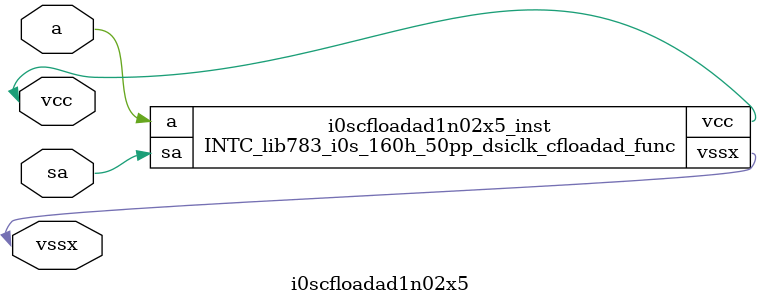
<source format=v>


`ifdef INTCNOPWR
`else
      `define POWER_AWARE_MODE
`endif

`ifdef functional
      `define FUNCTIONAL
`endif



`timescale 1ps/1ps


`ifdef FUNCTIONAL
  `define glsdelay 1
  `ifdef no_unit_delay
          `define cell_delay_value
          `define seq_delay_value
          `define clkcell_delay_value
          `define clkseq_delay_value
  `elsif seq_unit_delay
          `define cell_delay_value
          `define seq_delay_value #1
          `define clkcell_delay_value
          `define clkseq_delay_value #1
  `elsif parameterized_delay
          `define cell_delay_value #(glsdelay)
          `define seq_delay_value #(glsdelay)
          `define clkcell_delay_value #(glsdelay)
          `define clkseq_delay_value #(glsdelay)
  `else   
          `define cell_delay_value #1
          `define seq_delay_value #1
          `define clkcell_delay_value #1
          `define clkseq_delay_value #1
  `endif
  `ifdef clk_no_delay
          `define clkcell_delay_value
          `define clkseq_delay_value
  `endif
`endif

  
`ifdef FUNCTIONAL
  `endif






`celldefine 


module INTC_lib783_i0s_160h_50pp_dsiclk_cdloadad_func( a `ifdef POWER_AWARE_MODE , vcc, vssx `endif );
   input a;
`ifdef POWER_AWARE_MODE
   inout  vcc;
   inout  vssx;
`endif

`ifdef POWER_AWARE_MODE
`else
`endif

endmodule
`endcelldefine 






`celldefine 


module INTC_lib783_i0s_160h_50pp_dsiclk_cfloadad_func( a, sa `ifdef POWER_AWARE_MODE , vcc, vssx `endif );
   input a, sa;
`ifdef POWER_AWARE_MODE
   inout  vcc;
   inout  vssx;
`endif

`ifdef POWER_AWARE_MODE
`else
`endif

endmodule
`endcelldefine 




`celldefine 


module i0scdloadad1d04x5( a `ifdef POWER_AWARE_MODE , vcc, vssx `endif );

// 
// dload with enable control
// 
// 
// 

   input a;
`ifdef POWER_AWARE_MODE
   (* pg_type = "primary_power" *) inout vcc;
   (* pg_type = "primary_ground" *) inout vssx;
`endif

`ifdef FUNCTIONAL  //  functional //
   `ifdef POWER_AWARE_MODE
      INTC_lib783_i0s_160h_50pp_dsiclk_cdloadad_func i0scdloadad1d04x5_behav_inst(.a(a),.vcc(vcc),.vssx(vssx));
   `else
      INTC_lib783_i0s_160h_50pp_dsiclk_cdloadad_func i0scdloadad1d04x5_behav_inst(.a(a));
      
   `endif
   
`else
   
   `ifdef POWER_AWARE_MODE
      INTC_lib783_i0s_160h_50pp_dsiclk_cdloadad_func i0scdloadad1d04x5_inst(.a(a),.vcc(vcc),.vssx(vssx));
   `else
      INTC_lib783_i0s_160h_50pp_dsiclk_cdloadad_func i0scdloadad1d04x5_inst(.a(a));
   `endif
   
   // spec_gates_begin
   // spec_gates_end
   specify


   // specify_block_begin
      
   // specify_block_end 
   endspecify

`endif 


endmodule
`endcelldefine 




`celldefine 


module i0scdloadad1d06x5( a `ifdef POWER_AWARE_MODE , vcc, vssx `endif );

// 
// dload with enable control
// 
// 
// 

   input a;
`ifdef POWER_AWARE_MODE
   (* pg_type = "primary_power" *) inout vcc;
   (* pg_type = "primary_ground" *) inout vssx;
`endif

`ifdef FUNCTIONAL  //  functional //
   `ifdef POWER_AWARE_MODE
      INTC_lib783_i0s_160h_50pp_dsiclk_cdloadad_func i0scdloadad1d06x5_behav_inst(.a(a),.vcc(vcc),.vssx(vssx));
   `else
      INTC_lib783_i0s_160h_50pp_dsiclk_cdloadad_func i0scdloadad1d06x5_behav_inst(.a(a));
      
   `endif
   
`else
   
   `ifdef POWER_AWARE_MODE
      INTC_lib783_i0s_160h_50pp_dsiclk_cdloadad_func i0scdloadad1d06x5_inst(.a(a),.vcc(vcc),.vssx(vssx));
   `else
      INTC_lib783_i0s_160h_50pp_dsiclk_cdloadad_func i0scdloadad1d06x5_inst(.a(a));
   `endif
   
   // spec_gates_begin
   // spec_gates_end
   specify


   // specify_block_begin
      
   // specify_block_end 
   endspecify

`endif 


endmodule
`endcelldefine 




`celldefine 


module i0scdloadad1d09x5( a `ifdef POWER_AWARE_MODE , vcc, vssx `endif );

// 
// dload with enable control
// 
// 
// 

   input a;
`ifdef POWER_AWARE_MODE
   (* pg_type = "primary_power" *) inout vcc;
   (* pg_type = "primary_ground" *) inout vssx;
`endif

`ifdef FUNCTIONAL  //  functional //
   `ifdef POWER_AWARE_MODE
      INTC_lib783_i0s_160h_50pp_dsiclk_cdloadad_func i0scdloadad1d09x5_behav_inst(.a(a),.vcc(vcc),.vssx(vssx));
   `else
      INTC_lib783_i0s_160h_50pp_dsiclk_cdloadad_func i0scdloadad1d09x5_behav_inst(.a(a));
      
   `endif
   
`else
   
   `ifdef POWER_AWARE_MODE
      INTC_lib783_i0s_160h_50pp_dsiclk_cdloadad_func i0scdloadad1d09x5_inst(.a(a),.vcc(vcc),.vssx(vssx));
   `else
      INTC_lib783_i0s_160h_50pp_dsiclk_cdloadad_func i0scdloadad1d09x5_inst(.a(a));
   `endif
   
   // spec_gates_begin
   // spec_gates_end
   specify


   // specify_block_begin
      
   // specify_block_end 
   endspecify

`endif 


endmodule
`endcelldefine 




`celldefine 


module i0scdloadad1d12x5( a `ifdef POWER_AWARE_MODE , vcc, vssx `endif );

// 
// dload with enable control
// 
// 
// 

   input a;
`ifdef POWER_AWARE_MODE
   (* pg_type = "primary_power" *) inout vcc;
   (* pg_type = "primary_ground" *) inout vssx;
`endif

`ifdef FUNCTIONAL  //  functional //
   `ifdef POWER_AWARE_MODE
      INTC_lib783_i0s_160h_50pp_dsiclk_cdloadad_func i0scdloadad1d12x5_behav_inst(.a(a),.vcc(vcc),.vssx(vssx));
   `else
      INTC_lib783_i0s_160h_50pp_dsiclk_cdloadad_func i0scdloadad1d12x5_behav_inst(.a(a));
      
   `endif
   
`else
   
   `ifdef POWER_AWARE_MODE
      INTC_lib783_i0s_160h_50pp_dsiclk_cdloadad_func i0scdloadad1d12x5_inst(.a(a),.vcc(vcc),.vssx(vssx));
   `else
      INTC_lib783_i0s_160h_50pp_dsiclk_cdloadad_func i0scdloadad1d12x5_inst(.a(a));
   `endif
   
   // spec_gates_begin
   // spec_gates_end
   specify


   // specify_block_begin
      
   // specify_block_end 
   endspecify

`endif 


endmodule
`endcelldefine 




`celldefine 


module i0scdloadad1d15x5( a `ifdef POWER_AWARE_MODE , vcc, vssx `endif );

// 
// dload with enable control
// 
// 
// 

   input a;
`ifdef POWER_AWARE_MODE
   (* pg_type = "primary_power" *) inout vcc;
   (* pg_type = "primary_ground" *) inout vssx;
`endif

`ifdef FUNCTIONAL  //  functional //
   `ifdef POWER_AWARE_MODE
      INTC_lib783_i0s_160h_50pp_dsiclk_cdloadad_func i0scdloadad1d15x5_behav_inst(.a(a),.vcc(vcc),.vssx(vssx));
   `else
      INTC_lib783_i0s_160h_50pp_dsiclk_cdloadad_func i0scdloadad1d15x5_behav_inst(.a(a));
      
   `endif
   
`else
   
   `ifdef POWER_AWARE_MODE
      INTC_lib783_i0s_160h_50pp_dsiclk_cdloadad_func i0scdloadad1d15x5_inst(.a(a),.vcc(vcc),.vssx(vssx));
   `else
      INTC_lib783_i0s_160h_50pp_dsiclk_cdloadad_func i0scdloadad1d15x5_inst(.a(a));
   `endif
   
   // spec_gates_begin
   // spec_gates_end
   specify


   // specify_block_begin
      
   // specify_block_end 
   endspecify

`endif 


endmodule
`endcelldefine 




`celldefine 


module i0scdloadad1d18x5( a `ifdef POWER_AWARE_MODE , vcc, vssx `endif );

// 
// dload with enable control
// 
// 
// 

   input a;
`ifdef POWER_AWARE_MODE
   (* pg_type = "primary_power" *) inout vcc;
   (* pg_type = "primary_ground" *) inout vssx;
`endif

`ifdef FUNCTIONAL  //  functional //
   `ifdef POWER_AWARE_MODE
      INTC_lib783_i0s_160h_50pp_dsiclk_cdloadad_func i0scdloadad1d18x5_behav_inst(.a(a),.vcc(vcc),.vssx(vssx));
   `else
      INTC_lib783_i0s_160h_50pp_dsiclk_cdloadad_func i0scdloadad1d18x5_behav_inst(.a(a));
      
   `endif
   
`else
   
   `ifdef POWER_AWARE_MODE
      INTC_lib783_i0s_160h_50pp_dsiclk_cdloadad_func i0scdloadad1d18x5_inst(.a(a),.vcc(vcc),.vssx(vssx));
   `else
      INTC_lib783_i0s_160h_50pp_dsiclk_cdloadad_func i0scdloadad1d18x5_inst(.a(a));
   `endif
   
   // spec_gates_begin
   // spec_gates_end
   specify


   // specify_block_begin
      
   // specify_block_end 
   endspecify

`endif 


endmodule
`endcelldefine 




`celldefine 


module i0scdloadad1d21x5( a `ifdef POWER_AWARE_MODE , vcc, vssx `endif );

// 
// dload with enable control
// 
// 
// 

   input a;
`ifdef POWER_AWARE_MODE
   (* pg_type = "primary_power" *) inout vcc;
   (* pg_type = "primary_ground" *) inout vssx;
`endif

`ifdef FUNCTIONAL  //  functional //
   `ifdef POWER_AWARE_MODE
      INTC_lib783_i0s_160h_50pp_dsiclk_cdloadad_func i0scdloadad1d21x5_behav_inst(.a(a),.vcc(vcc),.vssx(vssx));
   `else
      INTC_lib783_i0s_160h_50pp_dsiclk_cdloadad_func i0scdloadad1d21x5_behav_inst(.a(a));
      
   `endif
   
`else
   
   `ifdef POWER_AWARE_MODE
      INTC_lib783_i0s_160h_50pp_dsiclk_cdloadad_func i0scdloadad1d21x5_inst(.a(a),.vcc(vcc),.vssx(vssx));
   `else
      INTC_lib783_i0s_160h_50pp_dsiclk_cdloadad_func i0scdloadad1d21x5_inst(.a(a));
   `endif
   
   // spec_gates_begin
   // spec_gates_end
   specify


   // specify_block_begin
      
   // specify_block_end 
   endspecify

`endif 


endmodule
`endcelldefine 




`celldefine 


module i0scdloadad1d24x5( a `ifdef POWER_AWARE_MODE , vcc, vssx `endif );

// 
// dload with enable control
// 
// 
// 

   input a;
`ifdef POWER_AWARE_MODE
   (* pg_type = "primary_power" *) inout vcc;
   (* pg_type = "primary_ground" *) inout vssx;
`endif

`ifdef FUNCTIONAL  //  functional //
   `ifdef POWER_AWARE_MODE
      INTC_lib783_i0s_160h_50pp_dsiclk_cdloadad_func i0scdloadad1d24x5_behav_inst(.a(a),.vcc(vcc),.vssx(vssx));
   `else
      INTC_lib783_i0s_160h_50pp_dsiclk_cdloadad_func i0scdloadad1d24x5_behav_inst(.a(a));
      
   `endif
   
`else
   
   `ifdef POWER_AWARE_MODE
      INTC_lib783_i0s_160h_50pp_dsiclk_cdloadad_func i0scdloadad1d24x5_inst(.a(a),.vcc(vcc),.vssx(vssx));
   `else
      INTC_lib783_i0s_160h_50pp_dsiclk_cdloadad_func i0scdloadad1d24x5_inst(.a(a));
   `endif
   
   // spec_gates_begin
   // spec_gates_end
   specify


   // specify_block_begin
      
   // specify_block_end 
   endspecify

`endif 


endmodule
`endcelldefine 




`celldefine 


module i0scdloadad1d30x5( a `ifdef POWER_AWARE_MODE , vcc, vssx `endif );

// 
// dload with enable control
// 
// 
// 

   input a;
`ifdef POWER_AWARE_MODE
   (* pg_type = "primary_power" *) inout vcc;
   (* pg_type = "primary_ground" *) inout vssx;
`endif

`ifdef FUNCTIONAL  //  functional //
   `ifdef POWER_AWARE_MODE
      INTC_lib783_i0s_160h_50pp_dsiclk_cdloadad_func i0scdloadad1d30x5_behav_inst(.a(a),.vcc(vcc),.vssx(vssx));
   `else
      INTC_lib783_i0s_160h_50pp_dsiclk_cdloadad_func i0scdloadad1d30x5_behav_inst(.a(a));
      
   `endif
   
`else
   
   `ifdef POWER_AWARE_MODE
      INTC_lib783_i0s_160h_50pp_dsiclk_cdloadad_func i0scdloadad1d30x5_inst(.a(a),.vcc(vcc),.vssx(vssx));
   `else
      INTC_lib783_i0s_160h_50pp_dsiclk_cdloadad_func i0scdloadad1d30x5_inst(.a(a));
   `endif
   
   // spec_gates_begin
   // spec_gates_end
   specify


   // specify_block_begin
      
   // specify_block_end 
   endspecify

`endif 


endmodule
`endcelldefine 




`celldefine 


module i0scdloadad1d36x5( a `ifdef POWER_AWARE_MODE , vcc, vssx `endif );

// 
// dload with enable control
// 
// 
// 

   input a;
`ifdef POWER_AWARE_MODE
   (* pg_type = "primary_power" *) inout vcc;
   (* pg_type = "primary_ground" *) inout vssx;
`endif

`ifdef FUNCTIONAL  //  functional //
   `ifdef POWER_AWARE_MODE
      INTC_lib783_i0s_160h_50pp_dsiclk_cdloadad_func i0scdloadad1d36x5_behav_inst(.a(a),.vcc(vcc),.vssx(vssx));
   `else
      INTC_lib783_i0s_160h_50pp_dsiclk_cdloadad_func i0scdloadad1d36x5_behav_inst(.a(a));
      
   `endif
   
`else
   
   `ifdef POWER_AWARE_MODE
      INTC_lib783_i0s_160h_50pp_dsiclk_cdloadad_func i0scdloadad1d36x5_inst(.a(a),.vcc(vcc),.vssx(vssx));
   `else
      INTC_lib783_i0s_160h_50pp_dsiclk_cdloadad_func i0scdloadad1d36x5_inst(.a(a));
   `endif
   
   // spec_gates_begin
   // spec_gates_end
   specify


   // specify_block_begin
      
   // specify_block_end 
   endspecify

`endif 


endmodule
`endcelldefine 




`celldefine 


module i0scdloadad1d42x5( a `ifdef POWER_AWARE_MODE , vcc, vssx `endif );

// 
// dload with enable control
// 
// 
// 

   input a;
`ifdef POWER_AWARE_MODE
   (* pg_type = "primary_power" *) inout vcc;
   (* pg_type = "primary_ground" *) inout vssx;
`endif

`ifdef FUNCTIONAL  //  functional //
   `ifdef POWER_AWARE_MODE
      INTC_lib783_i0s_160h_50pp_dsiclk_cdloadad_func i0scdloadad1d42x5_behav_inst(.a(a),.vcc(vcc),.vssx(vssx));
   `else
      INTC_lib783_i0s_160h_50pp_dsiclk_cdloadad_func i0scdloadad1d42x5_behav_inst(.a(a));
      
   `endif
   
`else
   
   `ifdef POWER_AWARE_MODE
      INTC_lib783_i0s_160h_50pp_dsiclk_cdloadad_func i0scdloadad1d42x5_inst(.a(a),.vcc(vcc),.vssx(vssx));
   `else
      INTC_lib783_i0s_160h_50pp_dsiclk_cdloadad_func i0scdloadad1d42x5_inst(.a(a));
   `endif
   
   // spec_gates_begin
   // spec_gates_end
   specify


   // specify_block_begin
      
   // specify_block_end 
   endspecify

`endif 


endmodule
`endcelldefine 




`celldefine 


module i0scdloadad1d48x5( a `ifdef POWER_AWARE_MODE , vcc, vssx `endif );

// 
// dload with enable control
// 
// 
// 

   input a;
`ifdef POWER_AWARE_MODE
   (* pg_type = "primary_power" *) inout vcc;
   (* pg_type = "primary_ground" *) inout vssx;
`endif

`ifdef FUNCTIONAL  //  functional //
   `ifdef POWER_AWARE_MODE
      INTC_lib783_i0s_160h_50pp_dsiclk_cdloadad_func i0scdloadad1d48x5_behav_inst(.a(a),.vcc(vcc),.vssx(vssx));
   `else
      INTC_lib783_i0s_160h_50pp_dsiclk_cdloadad_func i0scdloadad1d48x5_behav_inst(.a(a));
      
   `endif
   
`else
   
   `ifdef POWER_AWARE_MODE
      INTC_lib783_i0s_160h_50pp_dsiclk_cdloadad_func i0scdloadad1d48x5_inst(.a(a),.vcc(vcc),.vssx(vssx));
   `else
      INTC_lib783_i0s_160h_50pp_dsiclk_cdloadad_func i0scdloadad1d48x5_inst(.a(a));
   `endif
   
   // spec_gates_begin
   // spec_gates_end
   specify


   // specify_block_begin
      
   // specify_block_end 
   endspecify

`endif 


endmodule
`endcelldefine 




`celldefine 


module i0scdloadad1d60x5( a `ifdef POWER_AWARE_MODE , vcc, vssx `endif );

// 
// dload with enable control
// 
// 
// 

   input a;
`ifdef POWER_AWARE_MODE
   (* pg_type = "primary_power" *) inout vcc;
   (* pg_type = "primary_ground" *) inout vssx;
`endif

`ifdef FUNCTIONAL  //  functional //
   `ifdef POWER_AWARE_MODE
      INTC_lib783_i0s_160h_50pp_dsiclk_cdloadad_func i0scdloadad1d60x5_behav_inst(.a(a),.vcc(vcc),.vssx(vssx));
   `else
      INTC_lib783_i0s_160h_50pp_dsiclk_cdloadad_func i0scdloadad1d60x5_behav_inst(.a(a));
      
   `endif
   
`else
   
   `ifdef POWER_AWARE_MODE
      INTC_lib783_i0s_160h_50pp_dsiclk_cdloadad_func i0scdloadad1d60x5_inst(.a(a),.vcc(vcc),.vssx(vssx));
   `else
      INTC_lib783_i0s_160h_50pp_dsiclk_cdloadad_func i0scdloadad1d60x5_inst(.a(a));
   `endif
   
   // spec_gates_begin
   // spec_gates_end
   specify


   // specify_block_begin
      
   // specify_block_end 
   endspecify

`endif 


endmodule
`endcelldefine 




`celldefine 


module i0scdloadad1d72x5( a `ifdef POWER_AWARE_MODE , vcc, vssx `endif );

// 
// dload with enable control
// 
// 
// 

   input a;
`ifdef POWER_AWARE_MODE
   (* pg_type = "primary_power" *) inout vcc;
   (* pg_type = "primary_ground" *) inout vssx;
`endif

`ifdef FUNCTIONAL  //  functional //
   `ifdef POWER_AWARE_MODE
      INTC_lib783_i0s_160h_50pp_dsiclk_cdloadad_func i0scdloadad1d72x5_behav_inst(.a(a),.vcc(vcc),.vssx(vssx));
   `else
      INTC_lib783_i0s_160h_50pp_dsiclk_cdloadad_func i0scdloadad1d72x5_behav_inst(.a(a));
      
   `endif
   
`else
   
   `ifdef POWER_AWARE_MODE
      INTC_lib783_i0s_160h_50pp_dsiclk_cdloadad_func i0scdloadad1d72x5_inst(.a(a),.vcc(vcc),.vssx(vssx));
   `else
      INTC_lib783_i0s_160h_50pp_dsiclk_cdloadad_func i0scdloadad1d72x5_inst(.a(a));
   `endif
   
   // spec_gates_begin
   // spec_gates_end
   specify


   // specify_block_begin
      
   // specify_block_end 
   endspecify

`endif 


endmodule
`endcelldefine 




`celldefine 


module i0scdloadad1n02x5( a `ifdef POWER_AWARE_MODE , vcc, vssx `endif );

// 
// dload with enable control
// 
// 
// 

   input a;
`ifdef POWER_AWARE_MODE
   (* pg_type = "primary_power" *) inout vcc;
   (* pg_type = "primary_ground" *) inout vssx;
`endif

`ifdef FUNCTIONAL  //  functional //
   `ifdef POWER_AWARE_MODE
      INTC_lib783_i0s_160h_50pp_dsiclk_cdloadad_func i0scdloadad1n02x5_behav_inst(.a(a),.vcc(vcc),.vssx(vssx));
   `else
      INTC_lib783_i0s_160h_50pp_dsiclk_cdloadad_func i0scdloadad1n02x5_behav_inst(.a(a));
      
   `endif
   
`else
   
   `ifdef POWER_AWARE_MODE
      INTC_lib783_i0s_160h_50pp_dsiclk_cdloadad_func i0scdloadad1n02x5_inst(.a(a),.vcc(vcc),.vssx(vssx));
   `else
      INTC_lib783_i0s_160h_50pp_dsiclk_cdloadad_func i0scdloadad1n02x5_inst(.a(a));
   `endif
   
   // spec_gates_begin
   // spec_gates_end
   specify


   // specify_block_begin
      
   // specify_block_end 
   endspecify

`endif 


endmodule
`endcelldefine 




`celldefine 


module i0scdloadad1n03x5( a `ifdef POWER_AWARE_MODE , vcc, vssx `endif );

// 
// dload with enable control
// 
// 
// 

   input a;
`ifdef POWER_AWARE_MODE
   (* pg_type = "primary_power" *) inout vcc;
   (* pg_type = "primary_ground" *) inout vssx;
`endif

`ifdef FUNCTIONAL  //  functional //
   `ifdef POWER_AWARE_MODE
      INTC_lib783_i0s_160h_50pp_dsiclk_cdloadad_func i0scdloadad1n03x5_behav_inst(.a(a),.vcc(vcc),.vssx(vssx));
   `else
      INTC_lib783_i0s_160h_50pp_dsiclk_cdloadad_func i0scdloadad1n03x5_behav_inst(.a(a));
      
   `endif
   
`else
   
   `ifdef POWER_AWARE_MODE
      INTC_lib783_i0s_160h_50pp_dsiclk_cdloadad_func i0scdloadad1n03x5_inst(.a(a),.vcc(vcc),.vssx(vssx));
   `else
      INTC_lib783_i0s_160h_50pp_dsiclk_cdloadad_func i0scdloadad1n03x5_inst(.a(a));
   `endif
   
   // spec_gates_begin
   // spec_gates_end
   specify


   // specify_block_begin
      
   // specify_block_end 
   endspecify

`endif 


endmodule
`endcelldefine 




`celldefine 


module i0scdloadad1n04x5( a `ifdef POWER_AWARE_MODE , vcc, vssx `endif );

// 
// dload with enable control
// 
// 
// 

   input a;
`ifdef POWER_AWARE_MODE
   (* pg_type = "primary_power" *) inout vcc;
   (* pg_type = "primary_ground" *) inout vssx;
`endif

`ifdef FUNCTIONAL  //  functional //
   `ifdef POWER_AWARE_MODE
      INTC_lib783_i0s_160h_50pp_dsiclk_cdloadad_func i0scdloadad1n04x5_behav_inst(.a(a),.vcc(vcc),.vssx(vssx));
   `else
      INTC_lib783_i0s_160h_50pp_dsiclk_cdloadad_func i0scdloadad1n04x5_behav_inst(.a(a));
      
   `endif
   
`else
   
   `ifdef POWER_AWARE_MODE
      INTC_lib783_i0s_160h_50pp_dsiclk_cdloadad_func i0scdloadad1n04x5_inst(.a(a),.vcc(vcc),.vssx(vssx));
   `else
      INTC_lib783_i0s_160h_50pp_dsiclk_cdloadad_func i0scdloadad1n04x5_inst(.a(a));
   `endif
   
   // spec_gates_begin
   // spec_gates_end
   specify


   // specify_block_begin
      
   // specify_block_end 
   endspecify

`endif 


endmodule
`endcelldefine 




`celldefine 


module i0scdloadad1n06x5( a `ifdef POWER_AWARE_MODE , vcc, vssx `endif );

// 
// dload with enable control
// 
// 
// 

   input a;
`ifdef POWER_AWARE_MODE
   (* pg_type = "primary_power" *) inout vcc;
   (* pg_type = "primary_ground" *) inout vssx;
`endif

`ifdef FUNCTIONAL  //  functional //
   `ifdef POWER_AWARE_MODE
      INTC_lib783_i0s_160h_50pp_dsiclk_cdloadad_func i0scdloadad1n06x5_behav_inst(.a(a),.vcc(vcc),.vssx(vssx));
   `else
      INTC_lib783_i0s_160h_50pp_dsiclk_cdloadad_func i0scdloadad1n06x5_behav_inst(.a(a));
      
   `endif
   
`else
   
   `ifdef POWER_AWARE_MODE
      INTC_lib783_i0s_160h_50pp_dsiclk_cdloadad_func i0scdloadad1n06x5_inst(.a(a),.vcc(vcc),.vssx(vssx));
   `else
      INTC_lib783_i0s_160h_50pp_dsiclk_cdloadad_func i0scdloadad1n06x5_inst(.a(a));
   `endif
   
   // spec_gates_begin
   // spec_gates_end
   specify


   // specify_block_begin
      
   // specify_block_end 
   endspecify

`endif 


endmodule
`endcelldefine 




`celldefine 


module i0scdloadad1n09x5( a `ifdef POWER_AWARE_MODE , vcc, vssx `endif );

// 
// dload with enable control
// 
// 
// 

   input a;
`ifdef POWER_AWARE_MODE
   (* pg_type = "primary_power" *) inout vcc;
   (* pg_type = "primary_ground" *) inout vssx;
`endif

`ifdef FUNCTIONAL  //  functional //
   `ifdef POWER_AWARE_MODE
      INTC_lib783_i0s_160h_50pp_dsiclk_cdloadad_func i0scdloadad1n09x5_behav_inst(.a(a),.vcc(vcc),.vssx(vssx));
   `else
      INTC_lib783_i0s_160h_50pp_dsiclk_cdloadad_func i0scdloadad1n09x5_behav_inst(.a(a));
      
   `endif
   
`else
   
   `ifdef POWER_AWARE_MODE
      INTC_lib783_i0s_160h_50pp_dsiclk_cdloadad_func i0scdloadad1n09x5_inst(.a(a),.vcc(vcc),.vssx(vssx));
   `else
      INTC_lib783_i0s_160h_50pp_dsiclk_cdloadad_func i0scdloadad1n09x5_inst(.a(a));
   `endif
   
   // spec_gates_begin
   // spec_gates_end
   specify


   // specify_block_begin
      
   // specify_block_end 
   endspecify

`endif 


endmodule
`endcelldefine 




`celldefine 


module i0scdloadad1n12x5( a `ifdef POWER_AWARE_MODE , vcc, vssx `endif );

// 
// dload with enable control
// 
// 
// 

   input a;
`ifdef POWER_AWARE_MODE
   (* pg_type = "primary_power" *) inout vcc;
   (* pg_type = "primary_ground" *) inout vssx;
`endif

`ifdef FUNCTIONAL  //  functional //
   `ifdef POWER_AWARE_MODE
      INTC_lib783_i0s_160h_50pp_dsiclk_cdloadad_func i0scdloadad1n12x5_behav_inst(.a(a),.vcc(vcc),.vssx(vssx));
   `else
      INTC_lib783_i0s_160h_50pp_dsiclk_cdloadad_func i0scdloadad1n12x5_behav_inst(.a(a));
      
   `endif
   
`else
   
   `ifdef POWER_AWARE_MODE
      INTC_lib783_i0s_160h_50pp_dsiclk_cdloadad_func i0scdloadad1n12x5_inst(.a(a),.vcc(vcc),.vssx(vssx));
   `else
      INTC_lib783_i0s_160h_50pp_dsiclk_cdloadad_func i0scdloadad1n12x5_inst(.a(a));
   `endif
   
   // spec_gates_begin
   // spec_gates_end
   specify


   // specify_block_begin
      
   // specify_block_end 
   endspecify

`endif 


endmodule
`endcelldefine 




`celldefine 


module i0scdloadad1n15x5( a `ifdef POWER_AWARE_MODE , vcc, vssx `endif );

// 
// dload with enable control
// 
// 
// 

   input a;
`ifdef POWER_AWARE_MODE
   (* pg_type = "primary_power" *) inout vcc;
   (* pg_type = "primary_ground" *) inout vssx;
`endif

`ifdef FUNCTIONAL  //  functional //
   `ifdef POWER_AWARE_MODE
      INTC_lib783_i0s_160h_50pp_dsiclk_cdloadad_func i0scdloadad1n15x5_behav_inst(.a(a),.vcc(vcc),.vssx(vssx));
   `else
      INTC_lib783_i0s_160h_50pp_dsiclk_cdloadad_func i0scdloadad1n15x5_behav_inst(.a(a));
      
   `endif
   
`else
   
   `ifdef POWER_AWARE_MODE
      INTC_lib783_i0s_160h_50pp_dsiclk_cdloadad_func i0scdloadad1n15x5_inst(.a(a),.vcc(vcc),.vssx(vssx));
   `else
      INTC_lib783_i0s_160h_50pp_dsiclk_cdloadad_func i0scdloadad1n15x5_inst(.a(a));
   `endif
   
   // spec_gates_begin
   // spec_gates_end
   specify


   // specify_block_begin
      
   // specify_block_end 
   endspecify

`endif 


endmodule
`endcelldefine 




`celldefine 


module i0scdloadad1n18x5( a `ifdef POWER_AWARE_MODE , vcc, vssx `endif );

// 
// dload with enable control
// 
// 
// 

   input a;
`ifdef POWER_AWARE_MODE
   (* pg_type = "primary_power" *) inout vcc;
   (* pg_type = "primary_ground" *) inout vssx;
`endif

`ifdef FUNCTIONAL  //  functional //
   `ifdef POWER_AWARE_MODE
      INTC_lib783_i0s_160h_50pp_dsiclk_cdloadad_func i0scdloadad1n18x5_behav_inst(.a(a),.vcc(vcc),.vssx(vssx));
   `else
      INTC_lib783_i0s_160h_50pp_dsiclk_cdloadad_func i0scdloadad1n18x5_behav_inst(.a(a));
      
   `endif
   
`else
   
   `ifdef POWER_AWARE_MODE
      INTC_lib783_i0s_160h_50pp_dsiclk_cdloadad_func i0scdloadad1n18x5_inst(.a(a),.vcc(vcc),.vssx(vssx));
   `else
      INTC_lib783_i0s_160h_50pp_dsiclk_cdloadad_func i0scdloadad1n18x5_inst(.a(a));
   `endif
   
   // spec_gates_begin
   // spec_gates_end
   specify


   // specify_block_begin
      
   // specify_block_end 
   endspecify

`endif 


endmodule
`endcelldefine 




`celldefine 


module i0scdloadad1n21x5( a `ifdef POWER_AWARE_MODE , vcc, vssx `endif );

// 
// dload with enable control
// 
// 
// 

   input a;
`ifdef POWER_AWARE_MODE
   (* pg_type = "primary_power" *) inout vcc;
   (* pg_type = "primary_ground" *) inout vssx;
`endif

`ifdef FUNCTIONAL  //  functional //
   `ifdef POWER_AWARE_MODE
      INTC_lib783_i0s_160h_50pp_dsiclk_cdloadad_func i0scdloadad1n21x5_behav_inst(.a(a),.vcc(vcc),.vssx(vssx));
   `else
      INTC_lib783_i0s_160h_50pp_dsiclk_cdloadad_func i0scdloadad1n21x5_behav_inst(.a(a));
      
   `endif
   
`else
   
   `ifdef POWER_AWARE_MODE
      INTC_lib783_i0s_160h_50pp_dsiclk_cdloadad_func i0scdloadad1n21x5_inst(.a(a),.vcc(vcc),.vssx(vssx));
   `else
      INTC_lib783_i0s_160h_50pp_dsiclk_cdloadad_func i0scdloadad1n21x5_inst(.a(a));
   `endif
   
   // spec_gates_begin
   // spec_gates_end
   specify


   // specify_block_begin
      
   // specify_block_end 
   endspecify

`endif 


endmodule
`endcelldefine 




`celldefine 


module i0scdloadad1n24x5( a `ifdef POWER_AWARE_MODE , vcc, vssx `endif );

// 
// dload with enable control
// 
// 
// 

   input a;
`ifdef POWER_AWARE_MODE
   (* pg_type = "primary_power" *) inout vcc;
   (* pg_type = "primary_ground" *) inout vssx;
`endif

`ifdef FUNCTIONAL  //  functional //
   `ifdef POWER_AWARE_MODE
      INTC_lib783_i0s_160h_50pp_dsiclk_cdloadad_func i0scdloadad1n24x5_behav_inst(.a(a),.vcc(vcc),.vssx(vssx));
   `else
      INTC_lib783_i0s_160h_50pp_dsiclk_cdloadad_func i0scdloadad1n24x5_behav_inst(.a(a));
      
   `endif
   
`else
   
   `ifdef POWER_AWARE_MODE
      INTC_lib783_i0s_160h_50pp_dsiclk_cdloadad_func i0scdloadad1n24x5_inst(.a(a),.vcc(vcc),.vssx(vssx));
   `else
      INTC_lib783_i0s_160h_50pp_dsiclk_cdloadad_func i0scdloadad1n24x5_inst(.a(a));
   `endif
   
   // spec_gates_begin
   // spec_gates_end
   specify


   // specify_block_begin
      
   // specify_block_end 
   endspecify

`endif 


endmodule
`endcelldefine 




`celldefine 


module i0scdloadad1n30x5( a `ifdef POWER_AWARE_MODE , vcc, vssx `endif );

// 
// dload with enable control
// 
// 
// 

   input a;
`ifdef POWER_AWARE_MODE
   (* pg_type = "primary_power" *) inout vcc;
   (* pg_type = "primary_ground" *) inout vssx;
`endif

`ifdef FUNCTIONAL  //  functional //
   `ifdef POWER_AWARE_MODE
      INTC_lib783_i0s_160h_50pp_dsiclk_cdloadad_func i0scdloadad1n30x5_behav_inst(.a(a),.vcc(vcc),.vssx(vssx));
   `else
      INTC_lib783_i0s_160h_50pp_dsiclk_cdloadad_func i0scdloadad1n30x5_behav_inst(.a(a));
      
   `endif
   
`else
   
   `ifdef POWER_AWARE_MODE
      INTC_lib783_i0s_160h_50pp_dsiclk_cdloadad_func i0scdloadad1n30x5_inst(.a(a),.vcc(vcc),.vssx(vssx));
   `else
      INTC_lib783_i0s_160h_50pp_dsiclk_cdloadad_func i0scdloadad1n30x5_inst(.a(a));
   `endif
   
   // spec_gates_begin
   // spec_gates_end
   specify


   // specify_block_begin
      
   // specify_block_end 
   endspecify

`endif 


endmodule
`endcelldefine 




`celldefine 


module i0scdloadad1n36x5( a `ifdef POWER_AWARE_MODE , vcc, vssx `endif );

// 
// dload with enable control
// 
// 
// 

   input a;
`ifdef POWER_AWARE_MODE
   (* pg_type = "primary_power" *) inout vcc;
   (* pg_type = "primary_ground" *) inout vssx;
`endif

`ifdef FUNCTIONAL  //  functional //
   `ifdef POWER_AWARE_MODE
      INTC_lib783_i0s_160h_50pp_dsiclk_cdloadad_func i0scdloadad1n36x5_behav_inst(.a(a),.vcc(vcc),.vssx(vssx));
   `else
      INTC_lib783_i0s_160h_50pp_dsiclk_cdloadad_func i0scdloadad1n36x5_behav_inst(.a(a));
      
   `endif
   
`else
   
   `ifdef POWER_AWARE_MODE
      INTC_lib783_i0s_160h_50pp_dsiclk_cdloadad_func i0scdloadad1n36x5_inst(.a(a),.vcc(vcc),.vssx(vssx));
   `else
      INTC_lib783_i0s_160h_50pp_dsiclk_cdloadad_func i0scdloadad1n36x5_inst(.a(a));
   `endif
   
   // spec_gates_begin
   // spec_gates_end
   specify


   // specify_block_begin
      
   // specify_block_end 
   endspecify

`endif 


endmodule
`endcelldefine 




`celldefine 


module i0scdloadad1n42x5( a `ifdef POWER_AWARE_MODE , vcc, vssx `endif );

// 
// dload with enable control
// 
// 
// 

   input a;
`ifdef POWER_AWARE_MODE
   (* pg_type = "primary_power" *) inout vcc;
   (* pg_type = "primary_ground" *) inout vssx;
`endif

`ifdef FUNCTIONAL  //  functional //
   `ifdef POWER_AWARE_MODE
      INTC_lib783_i0s_160h_50pp_dsiclk_cdloadad_func i0scdloadad1n42x5_behav_inst(.a(a),.vcc(vcc),.vssx(vssx));
   `else
      INTC_lib783_i0s_160h_50pp_dsiclk_cdloadad_func i0scdloadad1n42x5_behav_inst(.a(a));
      
   `endif
   
`else
   
   `ifdef POWER_AWARE_MODE
      INTC_lib783_i0s_160h_50pp_dsiclk_cdloadad_func i0scdloadad1n42x5_inst(.a(a),.vcc(vcc),.vssx(vssx));
   `else
      INTC_lib783_i0s_160h_50pp_dsiclk_cdloadad_func i0scdloadad1n42x5_inst(.a(a));
   `endif
   
   // spec_gates_begin
   // spec_gates_end
   specify


   // specify_block_begin
      
   // specify_block_end 
   endspecify

`endif 


endmodule
`endcelldefine 




`celldefine 


module i0scdloadad1n48x5( a `ifdef POWER_AWARE_MODE , vcc, vssx `endif );

// 
// dload with enable control
// 
// 
// 

   input a;
`ifdef POWER_AWARE_MODE
   (* pg_type = "primary_power" *) inout vcc;
   (* pg_type = "primary_ground" *) inout vssx;
`endif

`ifdef FUNCTIONAL  //  functional //
   `ifdef POWER_AWARE_MODE
      INTC_lib783_i0s_160h_50pp_dsiclk_cdloadad_func i0scdloadad1n48x5_behav_inst(.a(a),.vcc(vcc),.vssx(vssx));
   `else
      INTC_lib783_i0s_160h_50pp_dsiclk_cdloadad_func i0scdloadad1n48x5_behav_inst(.a(a));
      
   `endif
   
`else
   
   `ifdef POWER_AWARE_MODE
      INTC_lib783_i0s_160h_50pp_dsiclk_cdloadad_func i0scdloadad1n48x5_inst(.a(a),.vcc(vcc),.vssx(vssx));
   `else
      INTC_lib783_i0s_160h_50pp_dsiclk_cdloadad_func i0scdloadad1n48x5_inst(.a(a));
   `endif
   
   // spec_gates_begin
   // spec_gates_end
   specify


   // specify_block_begin
      
   // specify_block_end 
   endspecify

`endif 


endmodule
`endcelldefine 




`celldefine 


module i0scdloadad1n60x5( a `ifdef POWER_AWARE_MODE , vcc, vssx `endif );

// 
// dload with enable control
// 
// 
// 

   input a;
`ifdef POWER_AWARE_MODE
   (* pg_type = "primary_power" *) inout vcc;
   (* pg_type = "primary_ground" *) inout vssx;
`endif

`ifdef FUNCTIONAL  //  functional //
   `ifdef POWER_AWARE_MODE
      INTC_lib783_i0s_160h_50pp_dsiclk_cdloadad_func i0scdloadad1n60x5_behav_inst(.a(a),.vcc(vcc),.vssx(vssx));
   `else
      INTC_lib783_i0s_160h_50pp_dsiclk_cdloadad_func i0scdloadad1n60x5_behav_inst(.a(a));
      
   `endif
   
`else
   
   `ifdef POWER_AWARE_MODE
      INTC_lib783_i0s_160h_50pp_dsiclk_cdloadad_func i0scdloadad1n60x5_inst(.a(a),.vcc(vcc),.vssx(vssx));
   `else
      INTC_lib783_i0s_160h_50pp_dsiclk_cdloadad_func i0scdloadad1n60x5_inst(.a(a));
   `endif
   
   // spec_gates_begin
   // spec_gates_end
   specify


   // specify_block_begin
      
   // specify_block_end 
   endspecify

`endif 


endmodule
`endcelldefine 




`celldefine 


module i0scdloadad1n72x5( a `ifdef POWER_AWARE_MODE , vcc, vssx `endif );

// 
// dload with enable control
// 
// 
// 

   input a;
`ifdef POWER_AWARE_MODE
   (* pg_type = "primary_power" *) inout vcc;
   (* pg_type = "primary_ground" *) inout vssx;
`endif

`ifdef FUNCTIONAL  //  functional //
   `ifdef POWER_AWARE_MODE
      INTC_lib783_i0s_160h_50pp_dsiclk_cdloadad_func i0scdloadad1n72x5_behav_inst(.a(a),.vcc(vcc),.vssx(vssx));
   `else
      INTC_lib783_i0s_160h_50pp_dsiclk_cdloadad_func i0scdloadad1n72x5_behav_inst(.a(a));
      
   `endif
   
`else
   
   `ifdef POWER_AWARE_MODE
      INTC_lib783_i0s_160h_50pp_dsiclk_cdloadad_func i0scdloadad1n72x5_inst(.a(a),.vcc(vcc),.vssx(vssx));
   `else
      INTC_lib783_i0s_160h_50pp_dsiclk_cdloadad_func i0scdloadad1n72x5_inst(.a(a));
   `endif
   
   // spec_gates_begin
   // spec_gates_end
   specify


   // specify_block_begin
      
   // specify_block_end 
   endspecify

`endif 


endmodule
`endcelldefine 




`celldefine 


module i0scfloadad1n02x5( a, sa `ifdef POWER_AWARE_MODE , vcc, vssx `endif );

// 
// fine dload with enable control
// 
// 
// 

   input a, sa;
`ifdef POWER_AWARE_MODE
   (* pg_type = "primary_power" *) inout vcc;
   (* pg_type = "primary_ground" *) inout vssx;
`endif

`ifdef FUNCTIONAL  //  functional //
   `ifdef POWER_AWARE_MODE
      INTC_lib783_i0s_160h_50pp_dsiclk_cfloadad_func i0scfloadad1n02x5_behav_inst(.a(a),.sa(sa),.vcc(vcc),.vssx(vssx));
   `else
      INTC_lib783_i0s_160h_50pp_dsiclk_cfloadad_func i0scfloadad1n02x5_behav_inst(.a(a),.sa(sa));
      
   `endif
   
`else
   
   `ifdef POWER_AWARE_MODE
      INTC_lib783_i0s_160h_50pp_dsiclk_cfloadad_func i0scfloadad1n02x5_inst(.a(a),.sa(sa),.vcc(vcc),.vssx(vssx));
   `else
      INTC_lib783_i0s_160h_50pp_dsiclk_cfloadad_func i0scfloadad1n02x5_inst(.a(a),.sa(sa));
   `endif
   
   // spec_gates_begin
   // spec_gates_end
   specify


   // specify_block_begin
      
   // specify_block_end 
   endspecify

`endif 


endmodule
`endcelldefine 





</source>
